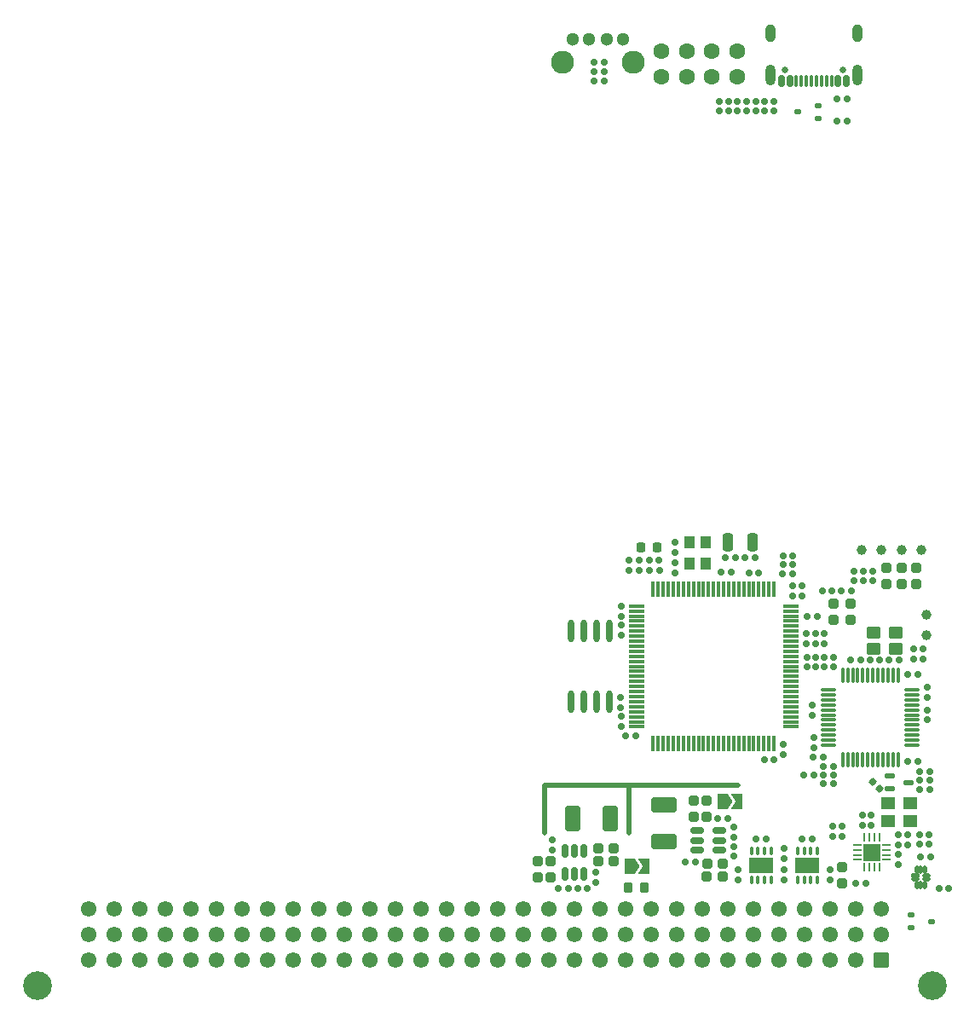
<source format=gbr>
%TF.GenerationSoftware,KiCad,Pcbnew,9.0.1-9.0.1-0~ubuntu24.04.1*%
%TF.CreationDate,2025-04-19T19:07:52+00:00*%
%TF.ProjectId,base-module,62617365-2d6d-46f6-9475-6c652e6b6963,1.1.0*%
%TF.SameCoordinates,Original*%
%TF.FileFunction,Soldermask,Top*%
%TF.FilePolarity,Negative*%
%FSLAX46Y46*%
G04 Gerber Fmt 4.6, Leading zero omitted, Abs format (unit mm)*
G04 Created by KiCad (PCBNEW 9.0.1-9.0.1-0~ubuntu24.04.1) date 2025-04-19 19:07:52*
%MOMM*%
%LPD*%
G01*
G04 APERTURE LIST*
G04 Aperture macros list*
%AMRoundRect*
0 Rectangle with rounded corners*
0 $1 Rounding radius*
0 $2 $3 $4 $5 $6 $7 $8 $9 X,Y pos of 4 corners*
0 Add a 4 corners polygon primitive as box body*
4,1,4,$2,$3,$4,$5,$6,$7,$8,$9,$2,$3,0*
0 Add four circle primitives for the rounded corners*
1,1,$1+$1,$2,$3*
1,1,$1+$1,$4,$5*
1,1,$1+$1,$6,$7*
1,1,$1+$1,$8,$9*
0 Add four rect primitives between the rounded corners*
20,1,$1+$1,$2,$3,$4,$5,0*
20,1,$1+$1,$4,$5,$6,$7,0*
20,1,$1+$1,$6,$7,$8,$9,0*
20,1,$1+$1,$8,$9,$2,$3,0*%
%AMFreePoly0*
4,1,6,1.000000,0.000000,0.500000,-0.750000,-0.500000,-0.750000,-0.500000,0.750000,0.500000,0.750000,1.000000,0.000000,1.000000,0.000000,$1*%
%AMFreePoly1*
4,1,6,0.500000,-0.750000,-0.650000,-0.750000,-0.150000,0.000000,-0.650000,0.750000,0.500000,0.750000,0.500000,-0.750000,0.500000,-0.750000,$1*%
G04 Aperture macros list end*
%ADD10C,0.500000*%
%ADD11RoundRect,0.250001X0.999999X-0.499999X0.999999X0.499999X-0.999999X0.499999X-0.999999X-0.499999X0*%
%ADD12FreePoly0,0.000000*%
%ADD13FreePoly1,0.000000*%
%ADD14RoundRect,0.159000X-0.159000X-0.189000X0.159000X-0.189000X0.159000X0.189000X-0.159000X0.189000X0*%
%ADD15C,1.000000*%
%ADD16RoundRect,0.159000X0.159000X0.189000X-0.159000X0.189000X-0.159000X-0.189000X0.159000X-0.189000X0*%
%ADD17C,1.600000*%
%ADD18RoundRect,0.159000X0.189000X-0.159000X0.189000X0.159000X-0.189000X0.159000X-0.189000X-0.159000X0*%
%ADD19RoundRect,0.159000X-0.189000X0.159000X-0.189000X-0.159000X0.189000X-0.159000X0.189000X0.159000X0*%
%ADD20RoundRect,0.220000X0.220000X0.255000X-0.220000X0.255000X-0.220000X-0.255000X0.220000X-0.255000X0*%
%ADD21RoundRect,0.239000X0.274000X-0.239000X0.274000X0.239000X-0.274000X0.239000X-0.274000X-0.239000X0*%
%ADD22C,1.300000*%
%ADD23C,2.286000*%
%ADD24RoundRect,0.102000X-0.331500X-0.112500X0.331500X-0.112500X0.331500X0.112500X-0.331500X0.112500X0*%
%ADD25RoundRect,0.102000X-0.281500X-0.112500X0.281500X-0.112500X0.281500X0.112500X-0.281500X0.112500X0*%
%ADD26RoundRect,0.102000X-0.112500X-0.281500X0.112500X-0.281500X0.112500X0.281500X-0.112500X0.281500X0*%
%ADD27RoundRect,0.244000X-0.269000X0.244000X-0.269000X-0.244000X0.269000X-0.244000X0.269000X0.244000X0*%
%ADD28RoundRect,0.075000X-0.075000X0.725000X-0.075000X-0.725000X0.075000X-0.725000X0.075000X0.725000X0*%
%ADD29RoundRect,0.075000X-0.725000X0.075000X-0.725000X-0.075000X0.725000X-0.075000X0.725000X0.075000X0*%
%ADD30RoundRect,0.150000X-0.512500X-0.150000X0.512500X-0.150000X0.512500X0.150000X-0.512500X0.150000X0*%
%ADD31RoundRect,0.239000X-0.274000X0.239000X-0.274000X-0.239000X0.274000X-0.239000X0.274000X0.239000X0*%
%ADD32RoundRect,0.244000X0.244000X0.269000X-0.244000X0.269000X-0.244000X-0.269000X0.244000X-0.269000X0*%
%ADD33RoundRect,0.250000X0.450000X0.350000X-0.450000X0.350000X-0.450000X-0.350000X0.450000X-0.350000X0*%
%ADD34RoundRect,0.075000X-0.075000X0.662500X-0.075000X-0.662500X0.075000X-0.662500X0.075000X0.662500X0*%
%ADD35RoundRect,0.075000X-0.662500X0.075000X-0.662500X-0.075000X0.662500X-0.075000X0.662500X0.075000X0*%
%ADD36C,0.650000*%
%ADD37RoundRect,0.150000X0.150000X0.425000X-0.150000X0.425000X-0.150000X-0.425000X0.150000X-0.425000X0*%
%ADD38RoundRect,0.075000X0.075000X0.500000X-0.075000X0.500000X-0.075000X-0.500000X0.075000X-0.500000X0*%
%ADD39O,1.000000X2.100000*%
%ADD40O,1.000000X1.800000*%
%ADD41RoundRect,0.112500X-0.237500X0.112500X-0.237500X-0.112500X0.237500X-0.112500X0.237500X0.112500X0*%
%ADD42R,1.100000X1.300000*%
%ADD43RoundRect,0.244000X-0.244000X-0.269000X0.244000X-0.269000X0.244000X0.269000X-0.244000X0.269000X0*%
%ADD44C,2.850000*%
%ADD45RoundRect,0.249999X0.525001X0.525001X-0.525001X0.525001X-0.525001X-0.525001X0.525001X-0.525001X0*%
%ADD46C,1.550000*%
%ADD47RoundRect,0.219000X-0.219000X-0.294000X0.219000X-0.294000X0.219000X0.294000X-0.219000X0.294000X0*%
%ADD48RoundRect,0.075000X-0.075000X0.350000X-0.075000X-0.350000X0.075000X-0.350000X0.075000X0.350000X0*%
%ADD49R,2.400000X1.600000*%
%ADD50RoundRect,0.250000X0.250000X-0.650000X0.250000X0.650000X-0.250000X0.650000X-0.250000X-0.650000X0*%
%ADD51RoundRect,0.159000X0.246073X0.021213X0.021213X0.246073X-0.246073X-0.021213X-0.021213X-0.246073X0*%
%ADD52R,1.400000X1.200000*%
%ADD53O,0.630000X2.250000*%
%ADD54RoundRect,0.250001X-0.499999X-0.999999X0.499999X-0.999999X0.499999X0.999999X-0.499999X0.999999X0*%
%ADD55RoundRect,0.062500X-0.062500X0.350000X-0.062500X-0.350000X0.062500X-0.350000X0.062500X0.350000X0*%
%ADD56RoundRect,0.062500X-0.350000X0.062500X-0.350000X-0.062500X0.350000X-0.062500X0.350000X0.062500X0*%
%ADD57R,1.700000X1.700000*%
%ADD58RoundRect,0.112500X0.237500X-0.112500X0.237500X0.112500X-0.237500X0.112500X-0.237500X-0.112500X0*%
%ADD59RoundRect,0.125000X0.345000X0.125000X-0.345000X0.125000X-0.345000X-0.125000X0.345000X-0.125000X0*%
%ADD60RoundRect,0.150000X-0.150000X0.512500X-0.150000X-0.512500X0.150000X-0.512500X0.150000X0.512500X0*%
G04 APERTURE END LIST*
D10*
X114500000Y-128625000D02*
X95300000Y-128625000D01*
X95300000Y-133425000D02*
X95300000Y-128625000D01*
X103700000Y-133425000D02*
X103700000Y-128625000D01*
D11*
%TO.C,L301*%
X107120720Y-134271542D03*
X107120720Y-130571542D03*
%TD*%
D12*
%TO.C,JP300*%
X103725000Y-136675000D03*
D13*
X105175000Y-136675000D03*
%TD*%
D14*
%TO.C,C420*%
X115578000Y-107597001D03*
X116578000Y-107597001D03*
%TD*%
D15*
%TO.C,TP302*%
X132750000Y-105325000D03*
%TD*%
D16*
%TO.C,C423*%
X106672000Y-106327001D03*
X105672000Y-106327001D03*
%TD*%
D17*
%TO.C,LED300*%
X106863600Y-55785000D03*
X109403600Y-55785000D03*
X106863600Y-58325000D03*
X109403600Y-58325000D03*
%TD*%
D18*
%TO.C,C406*%
X108204000Y-107589001D03*
X108204000Y-106589001D03*
%TD*%
D19*
%TO.C,R903*%
X126850000Y-131625000D03*
X126850000Y-132625000D03*
%TD*%
D16*
%TO.C,R308*%
X127200000Y-138375000D03*
X126200000Y-138375000D03*
%TD*%
D20*
%TO.C,FB401*%
X106462000Y-105057001D03*
X104882000Y-105057001D03*
%TD*%
D18*
%TO.C,C501*%
X119100000Y-138075000D03*
X119100000Y-137075000D03*
%TD*%
D14*
%TO.C,R716*%
X123000000Y-128525000D03*
X124000000Y-128525000D03*
%TD*%
D19*
%TO.C,R306*%
X114070720Y-132821542D03*
X114070720Y-133821542D03*
%TD*%
D21*
%TO.C,D301*%
X124850000Y-138365000D03*
X124850000Y-136785000D03*
%TD*%
D22*
%TO.C,BTN400*%
X103079415Y-54584163D03*
X101449415Y-54584163D03*
X99709415Y-54584163D03*
X98079415Y-54584163D03*
D23*
X104079415Y-56834163D03*
X97079415Y-56834163D03*
%TD*%
D19*
%TO.C,C427*%
X102870000Y-121829001D03*
X102870000Y-122829001D03*
%TD*%
D18*
%TO.C,C601*%
X114550000Y-138075000D03*
X114550000Y-137075000D03*
%TD*%
D16*
%TO.C,R301*%
X97650000Y-138871508D03*
X96650000Y-138871508D03*
%TD*%
D18*
%TO.C,R600*%
X119100000Y-135925000D03*
X119100000Y-134925000D03*
%TD*%
D19*
%TO.C,C400*%
X102870000Y-112734002D03*
X102870000Y-113734002D03*
%TD*%
D16*
%TO.C,C313*%
X114250000Y-106025000D03*
X113250000Y-106025000D03*
%TD*%
D14*
%TO.C,R801*%
X124350000Y-62675000D03*
X125350000Y-62675000D03*
%TD*%
D16*
%TO.C,C600*%
X117300000Y-134025000D03*
X116300000Y-134025000D03*
%TD*%
D14*
%TO.C,C314*%
X115200000Y-106025000D03*
X116200000Y-106025000D03*
%TD*%
D24*
%TO.C,U801*%
X132131500Y-137600000D03*
D25*
X132081500Y-138000000D03*
D26*
X132250000Y-138568500D03*
X132650000Y-138568500D03*
X133050000Y-138568500D03*
D25*
X133218500Y-138000000D03*
X133218500Y-137600000D03*
D26*
X133050000Y-137031500D03*
X132650000Y-137031500D03*
X132250000Y-137031500D03*
%TD*%
D15*
%TO.C,TP701*%
X133250000Y-113725000D03*
%TD*%
D27*
%TO.C,C304*%
X94646542Y-136211059D03*
X94646542Y-137771059D03*
%TD*%
D19*
%TO.C,C305*%
X96090000Y-134071508D03*
X96090000Y-135071508D03*
%TD*%
D16*
%TO.C,R404*%
X119950000Y-107645000D03*
X118950000Y-107645000D03*
%TD*%
D28*
%TO.C,U403*%
X118075000Y-109175000D03*
X117575000Y-109175000D03*
X117075000Y-109175000D03*
X116575000Y-109175000D03*
X116075000Y-109175000D03*
X115575000Y-109175000D03*
X115075000Y-109175000D03*
X114575000Y-109175000D03*
X114075000Y-109175000D03*
X113575000Y-109175000D03*
X113075000Y-109175000D03*
X112575000Y-109175000D03*
X112075000Y-109175000D03*
X111575000Y-109175000D03*
X111075000Y-109175000D03*
X110575000Y-109175000D03*
X110075000Y-109175000D03*
X109575000Y-109175000D03*
X109075000Y-109175000D03*
X108575000Y-109175000D03*
X108075000Y-109175000D03*
X107575000Y-109175000D03*
X107075000Y-109175000D03*
X106575000Y-109175000D03*
X106075000Y-109175000D03*
D29*
X104400000Y-110850000D03*
X104400000Y-111350000D03*
X104400000Y-111850000D03*
X104400000Y-112350000D03*
X104400000Y-112850000D03*
X104400000Y-113350000D03*
X104400000Y-113850000D03*
X104400000Y-114350000D03*
X104400000Y-114850000D03*
X104400000Y-115350000D03*
X104400000Y-115850000D03*
X104400000Y-116350000D03*
X104400000Y-116850000D03*
X104400000Y-117350000D03*
X104400000Y-117850000D03*
X104400000Y-118350000D03*
X104400000Y-118850000D03*
X104400000Y-119350000D03*
X104400000Y-119850000D03*
X104400000Y-120350000D03*
X104400000Y-120850000D03*
X104400000Y-121350000D03*
X104400000Y-121850000D03*
X104400000Y-122350000D03*
X104400000Y-122850000D03*
D28*
X106075000Y-124525000D03*
X106575000Y-124525000D03*
X107075000Y-124525000D03*
X107575000Y-124525000D03*
X108075000Y-124525000D03*
X108575000Y-124525000D03*
X109075000Y-124525000D03*
X109575000Y-124525000D03*
X110075000Y-124525000D03*
X110575000Y-124525000D03*
X111075000Y-124525000D03*
X111575000Y-124525000D03*
X112075000Y-124525000D03*
X112575000Y-124525000D03*
X113075000Y-124525000D03*
X113575000Y-124525000D03*
X114075000Y-124525000D03*
X114575000Y-124525000D03*
X115075000Y-124525000D03*
X115575000Y-124525000D03*
X116075000Y-124525000D03*
X116575000Y-124525000D03*
X117075000Y-124525000D03*
X117575000Y-124525000D03*
X118075000Y-124525000D03*
D29*
X119750000Y-122850000D03*
X119750000Y-122350000D03*
X119750000Y-121850000D03*
X119750000Y-121350000D03*
X119750000Y-120850000D03*
X119750000Y-120350000D03*
X119750000Y-119850000D03*
X119750000Y-119350000D03*
X119750000Y-118850000D03*
X119750000Y-118350000D03*
X119750000Y-117850000D03*
X119750000Y-117350000D03*
X119750000Y-116850000D03*
X119750000Y-116350000D03*
X119750000Y-115850000D03*
X119750000Y-115350000D03*
X119750000Y-114850000D03*
X119750000Y-114350000D03*
X119750000Y-113850000D03*
X119750000Y-113350000D03*
X119750000Y-112850000D03*
X119750000Y-112350000D03*
X119750000Y-111850000D03*
X119750000Y-111350000D03*
X119750000Y-110850000D03*
%TD*%
D30*
%TO.C,U301*%
X110412500Y-133168050D03*
X110412500Y-134118050D03*
X110412500Y-135068050D03*
X112687500Y-135068050D03*
X112687500Y-134118050D03*
X112687500Y-133168050D03*
%TD*%
D16*
%TO.C,C500*%
X121900000Y-134025000D03*
X120900000Y-134025000D03*
%TD*%
D19*
%TO.C,R902*%
X127750000Y-131625000D03*
X127750000Y-132625000D03*
%TD*%
D21*
%TO.C,D400*%
X129240000Y-108665000D03*
X129240000Y-107085000D03*
%TD*%
D19*
%TO.C,R700*%
X121325000Y-115925000D03*
X121325000Y-116925000D03*
%TD*%
D14*
%TO.C,R405*%
X100228400Y-58685001D03*
X101228400Y-58685001D03*
%TD*%
D18*
%TO.C,R409*%
X114450000Y-61725000D03*
X114450000Y-60725000D03*
%TD*%
%TO.C,R400*%
X113550000Y-61725000D03*
X113550000Y-60725000D03*
%TD*%
%TO.C,R411*%
X126950000Y-108375000D03*
X126950000Y-107375000D03*
%TD*%
D19*
%TO.C,C410*%
X123100000Y-113600000D03*
X123100000Y-114600000D03*
%TD*%
D31*
%TO.C,D701*%
X125702000Y-110660000D03*
X125702000Y-112240000D03*
%TD*%
D16*
%TO.C,C422*%
X120888000Y-108867001D03*
X119888000Y-108867001D03*
%TD*%
D19*
%TO.C,R701*%
X124000000Y-115925000D03*
X124000000Y-116925000D03*
%TD*%
D16*
%TO.C,C424*%
X106680000Y-107343001D03*
X105680000Y-107343001D03*
%TD*%
%TO.C,C405*%
X120896000Y-109883001D03*
X119896000Y-109883001D03*
%TD*%
D32*
%TO.C,C301*%
X102180000Y-136171508D03*
X100620000Y-136171508D03*
%TD*%
D18*
%TO.C,C300*%
X100400000Y-138281508D03*
X100400000Y-137281508D03*
%TD*%
D21*
%TO.C,D402*%
X132240000Y-108665000D03*
X132240000Y-107085000D03*
%TD*%
D33*
%TO.C,Y700*%
X130150000Y-113525000D03*
X127950000Y-113525000D03*
X127950000Y-115125000D03*
X130150000Y-115125000D03*
%TD*%
D34*
%TO.C,U700*%
X130400000Y-117762500D03*
X129900000Y-117762500D03*
X129400000Y-117762500D03*
X128900000Y-117762500D03*
X128400000Y-117762500D03*
X127900000Y-117762500D03*
X127400000Y-117762500D03*
X126900000Y-117762500D03*
X126400000Y-117762500D03*
X125900000Y-117762500D03*
X125400000Y-117762500D03*
X124900000Y-117762500D03*
D35*
X123487500Y-119175000D03*
X123487500Y-119675000D03*
X123487500Y-120175000D03*
X123487500Y-120675000D03*
X123487500Y-121175000D03*
X123487500Y-121675000D03*
X123487500Y-122175000D03*
X123487500Y-122675000D03*
X123487500Y-123175000D03*
X123487500Y-123675000D03*
X123487500Y-124175000D03*
X123487500Y-124675000D03*
D34*
X124900000Y-126087500D03*
X125400000Y-126087500D03*
X125900000Y-126087500D03*
X126400000Y-126087500D03*
X126900000Y-126087500D03*
X127400000Y-126087500D03*
X127900000Y-126087500D03*
X128400000Y-126087500D03*
X128900000Y-126087500D03*
X129400000Y-126087500D03*
X129900000Y-126087500D03*
X130400000Y-126087500D03*
D35*
X131812500Y-124675000D03*
X131812500Y-124175000D03*
X131812500Y-123675000D03*
X131812500Y-123175000D03*
X131812500Y-122675000D03*
X131812500Y-122175000D03*
X131812500Y-121675000D03*
X131812500Y-121175000D03*
X131812500Y-120675000D03*
X131812500Y-120175000D03*
X131812500Y-119675000D03*
X131812500Y-119175000D03*
%TD*%
D15*
%TO.C,TP700*%
X133250000Y-111725000D03*
%TD*%
D14*
%TO.C,R707*%
X122850000Y-109375000D03*
X123850000Y-109375000D03*
%TD*%
D16*
%TO.C,C708*%
X128600000Y-116235000D03*
X127600000Y-116235000D03*
%TD*%
D19*
%TO.C,R705*%
X132900000Y-115125000D03*
X132900000Y-116125000D03*
%TD*%
%TO.C,R307*%
X114070720Y-134721542D03*
X114070720Y-135721542D03*
%TD*%
%TO.C,C425*%
X103640000Y-106343001D03*
X103640000Y-107343001D03*
%TD*%
D14*
%TO.C,R711*%
X132550000Y-128175000D03*
X133550000Y-128175000D03*
%TD*%
%TO.C,R710*%
X132550000Y-127275000D03*
X133550000Y-127275000D03*
%TD*%
%TO.C,R715*%
X123000000Y-127650000D03*
X124000000Y-127650000D03*
%TD*%
D19*
%TO.C,C801*%
X116250000Y-60725000D03*
X116250000Y-61725000D03*
%TD*%
D15*
%TO.C,TP300*%
X128750000Y-105325000D03*
%TD*%
D18*
%TO.C,C402*%
X102870000Y-111907001D03*
X102870000Y-110907001D03*
%TD*%
D12*
%TO.C,JP301*%
X112970720Y-130225000D03*
D13*
X114420720Y-130225000D03*
%TD*%
D36*
%TO.C,J800*%
X124940000Y-57640000D03*
X119160000Y-57640000D03*
D37*
X125250000Y-58715000D03*
X124450000Y-58715000D03*
D38*
X123300000Y-58715000D03*
X122300000Y-58715000D03*
X121800000Y-58715000D03*
X120800000Y-58715000D03*
D37*
X119650000Y-58715000D03*
X118850000Y-58715000D03*
X118850000Y-58715000D03*
X119650000Y-58715000D03*
D38*
X120300000Y-58715000D03*
X121300000Y-58715000D03*
X122800000Y-58715000D03*
X123800000Y-58715000D03*
D37*
X124450000Y-58715000D03*
X125250000Y-58715000D03*
D39*
X126370000Y-58140000D03*
D40*
X126370000Y-53960000D03*
D39*
X117730000Y-58140000D03*
D40*
X117730000Y-53960000D03*
%TD*%
D14*
%TO.C,C311*%
X109270720Y-136281542D03*
X110270720Y-136281542D03*
%TD*%
D15*
%TO.C,TP301*%
X130750000Y-105325000D03*
%TD*%
D41*
%TO.C,U402*%
X131707500Y-141512501D03*
X131707500Y-142812501D03*
X133707500Y-142162501D03*
%TD*%
D14*
%TO.C,C707*%
X129500000Y-116225000D03*
X130500000Y-116225000D03*
%TD*%
D19*
%TO.C,R901*%
X123900000Y-132725000D03*
X123900000Y-133725000D03*
%TD*%
D42*
%TO.C,Y400*%
X109665000Y-104515001D03*
X109665000Y-106615001D03*
X111315000Y-106615001D03*
X111315000Y-104515001D03*
%TD*%
D16*
%TO.C,R709*%
X133550000Y-129075000D03*
X132550000Y-129075000D03*
%TD*%
D19*
%TO.C,R805*%
X117150000Y-60725000D03*
X117150000Y-61725000D03*
%TD*%
%TO.C,R800*%
X118050000Y-60725000D03*
X118050000Y-61725000D03*
%TD*%
D43*
%TO.C,C310*%
X111420720Y-136481542D03*
X112980720Y-136481542D03*
%TD*%
D19*
%TO.C,R402*%
X122200000Y-113600000D03*
X122200000Y-114600000D03*
%TD*%
D18*
%TO.C,R702*%
X133300000Y-122175000D03*
X133300000Y-121175000D03*
%TD*%
D43*
%TO.C,C309*%
X111410271Y-137725000D03*
X112970271Y-137725000D03*
%TD*%
D18*
%TO.C,C900*%
X130450000Y-134575000D03*
X130450000Y-133575000D03*
%TD*%
D19*
%TO.C,C404*%
X118975000Y-124600000D03*
X118975000Y-125600000D03*
%TD*%
%TO.C,R802*%
X132550000Y-133525000D03*
X132550000Y-134525000D03*
%TD*%
%TO.C,C432*%
X108204000Y-104557001D03*
X108204000Y-105557001D03*
%TD*%
D14*
%TO.C,C701*%
X131350000Y-117625000D03*
X132350000Y-117625000D03*
%TD*%
D16*
%TO.C,R300*%
X99550000Y-138871508D03*
X98550000Y-138871508D03*
%TD*%
D44*
%TO.C,J200*%
X133820000Y-148515000D03*
X44920000Y-148515000D03*
D45*
X128740000Y-145975000D03*
D46*
X126200000Y-145975000D03*
X123660000Y-145975000D03*
X121120000Y-145975000D03*
X118580000Y-145975000D03*
X116040000Y-145975000D03*
X113500000Y-145975000D03*
X110960000Y-145975000D03*
X108420000Y-145975000D03*
X105880000Y-145975000D03*
X103340000Y-145975000D03*
X100800000Y-145975000D03*
X98260000Y-145975000D03*
X95720000Y-145975000D03*
X93180000Y-145975000D03*
X90640000Y-145975000D03*
X88100000Y-145975000D03*
X85560000Y-145975000D03*
X83020000Y-145975000D03*
X80480000Y-145975000D03*
X77940000Y-145975000D03*
X75400000Y-145975000D03*
X72860000Y-145975000D03*
X70320000Y-145975000D03*
X67780000Y-145975000D03*
X65240000Y-145975000D03*
X62700000Y-145975000D03*
X60160000Y-145975000D03*
X57620000Y-145975000D03*
X55080000Y-145975000D03*
X52540000Y-145975000D03*
X50000000Y-145975000D03*
X128740000Y-143435000D03*
X126200000Y-143435000D03*
X123660000Y-143435000D03*
X121120000Y-143435000D03*
X118580000Y-143435000D03*
X116040000Y-143435000D03*
X113500000Y-143435000D03*
X110960000Y-143435000D03*
X108420000Y-143435000D03*
X105880000Y-143435000D03*
X103340000Y-143435000D03*
X100800000Y-143435000D03*
X98260000Y-143435000D03*
X95720000Y-143435000D03*
X93180000Y-143435000D03*
X90640000Y-143435000D03*
X88100000Y-143435000D03*
X85560000Y-143435000D03*
X83020000Y-143435000D03*
X80480000Y-143435000D03*
X77940000Y-143435000D03*
X75400000Y-143435000D03*
X72860000Y-143435000D03*
X70320000Y-143435000D03*
X67780000Y-143435000D03*
X65240000Y-143435000D03*
X62700000Y-143435000D03*
X60160000Y-143435000D03*
X57620000Y-143435000D03*
X55080000Y-143435000D03*
X52540000Y-143435000D03*
X50000000Y-143435000D03*
X128740000Y-140895000D03*
X126200000Y-140895000D03*
X123660000Y-140895000D03*
X121120000Y-140895000D03*
X118580000Y-140895000D03*
X116040000Y-140895000D03*
X113500000Y-140895000D03*
X110960000Y-140895000D03*
X108420000Y-140895000D03*
X105880000Y-140895000D03*
X103340000Y-140895000D03*
X100800000Y-140895000D03*
X98260000Y-140895000D03*
X95720000Y-140895000D03*
X93180000Y-140895000D03*
X90640000Y-140895000D03*
X88100000Y-140895000D03*
X85560000Y-140895000D03*
X83020000Y-140895000D03*
X80480000Y-140895000D03*
X77940000Y-140895000D03*
X75400000Y-140895000D03*
X72860000Y-140895000D03*
X70320000Y-140895000D03*
X67780000Y-140895000D03*
X65240000Y-140895000D03*
X62700000Y-140895000D03*
X60160000Y-140895000D03*
X57620000Y-140895000D03*
X55080000Y-140895000D03*
X52540000Y-140895000D03*
X50000000Y-140895000D03*
%TD*%
D14*
%TO.C,C700*%
X122000000Y-125875000D03*
X123000000Y-125875000D03*
%TD*%
D18*
%TO.C,R500*%
X123650000Y-138075000D03*
X123650000Y-137075000D03*
%TD*%
D19*
%TO.C,C704*%
X133290000Y-118922500D03*
X133290000Y-119922500D03*
%TD*%
D18*
%TO.C,C902*%
X131350000Y-134575000D03*
X131350000Y-133575000D03*
%TD*%
D14*
%TO.C,C312*%
X132650000Y-135775000D03*
X133650000Y-135775000D03*
%TD*%
D18*
%TO.C,C702*%
X122010000Y-124927500D03*
X122010000Y-123927500D03*
%TD*%
D19*
%TO.C,R706*%
X131950000Y-115125000D03*
X131950000Y-116125000D03*
%TD*%
D18*
%TO.C,R803*%
X133450000Y-134525000D03*
X133450000Y-133525000D03*
%TD*%
D27*
%TO.C,C307*%
X110108674Y-130191542D03*
X110108674Y-131751542D03*
%TD*%
D16*
%TO.C,C306*%
X113480720Y-131971542D03*
X112480720Y-131971542D03*
%TD*%
D18*
%TO.C,R401*%
X121300000Y-114600000D03*
X121300000Y-113600000D03*
%TD*%
D47*
%TO.C,F300*%
X103580000Y-138775000D03*
X105220000Y-138775000D03*
%TD*%
D14*
%TO.C,R714*%
X123000000Y-126775000D03*
X124000000Y-126775000D03*
%TD*%
D19*
%TO.C,R900*%
X124800000Y-132725000D03*
X124800000Y-133725000D03*
%TD*%
D48*
%TO.C,U600*%
X117775000Y-135175000D03*
X117125000Y-135175000D03*
X116475000Y-135175000D03*
X115825000Y-135175000D03*
X115825000Y-138075000D03*
X116475000Y-138075000D03*
X117125000Y-138075000D03*
X117775000Y-138075000D03*
D49*
X116800000Y-136625000D03*
%TD*%
D50*
%TO.C,X300*%
X113475000Y-104550000D03*
X115975000Y-104550000D03*
%TD*%
D16*
%TO.C,R406*%
X101228400Y-56885001D03*
X100228400Y-56885001D03*
%TD*%
D18*
%TO.C,R412*%
X126050000Y-108375000D03*
X126050000Y-107375000D03*
%TD*%
%TO.C,C706*%
X122200000Y-116925000D03*
X122200000Y-115925000D03*
%TD*%
D14*
%TO.C,C800*%
X124350000Y-60525000D03*
X125350000Y-60525000D03*
%TD*%
D32*
%TO.C,C302*%
X102180000Y-134909462D03*
X100620000Y-134909462D03*
%TD*%
D14*
%TO.C,C401*%
X112825000Y-107475000D03*
X113825000Y-107475000D03*
%TD*%
%TO.C,C705*%
X125700000Y-116235000D03*
X126700000Y-116235000D03*
%TD*%
D51*
%TO.C,R712*%
X128553553Y-129028553D03*
X127846447Y-128321447D03*
%TD*%
D19*
%TO.C,R708*%
X121900000Y-120675000D03*
X121900000Y-121675000D03*
%TD*%
D16*
%TO.C,C403*%
X104325000Y-123750000D03*
X103325000Y-123750000D03*
%TD*%
D18*
%TO.C,R410*%
X127850000Y-108375000D03*
X127850000Y-107375000D03*
%TD*%
D52*
%TO.C,Y900*%
X131600000Y-130475000D03*
X129400000Y-130475000D03*
X129400000Y-132175000D03*
X131600000Y-132175000D03*
%TD*%
D48*
%TO.C,U500*%
X122375000Y-135175000D03*
X121725000Y-135175000D03*
X121075000Y-135175000D03*
X120425000Y-135175000D03*
X120425000Y-138075000D03*
X121075000Y-138075000D03*
X121725000Y-138075000D03*
X122375000Y-138075000D03*
D49*
X121400000Y-136625000D03*
%TD*%
D15*
%TO.C,TP400*%
X126750000Y-105325000D03*
%TD*%
D14*
%TO.C,R713*%
X124750000Y-109375000D03*
X125750000Y-109375000D03*
%TD*%
%TO.C,C415*%
X118960000Y-105865000D03*
X119960000Y-105865000D03*
%TD*%
D53*
%TO.C,U100*%
X101705000Y-113320000D03*
X100435000Y-113320000D03*
X99155000Y-113320000D03*
X97885000Y-113320000D03*
X97885000Y-120380000D03*
X99155000Y-120380000D03*
X100435000Y-120380000D03*
X101705000Y-120380000D03*
%TD*%
D21*
%TO.C,D700*%
X123952000Y-112240000D03*
X123952000Y-110660000D03*
%TD*%
D54*
%TO.C,L300*%
X98100000Y-131921508D03*
X101800000Y-131921508D03*
%TD*%
D18*
%TO.C,C100*%
X102850000Y-120925000D03*
X102850000Y-119925000D03*
%TD*%
D55*
%TO.C,U302*%
X128550000Y-133850000D03*
X128050000Y-133850000D03*
X127550000Y-133850000D03*
X127050000Y-133850000D03*
D56*
X126337500Y-134562500D03*
X126337500Y-135062500D03*
X126337500Y-135562500D03*
X126337500Y-136062500D03*
D55*
X127050000Y-136775000D03*
X127550000Y-136775000D03*
X128050000Y-136775000D03*
X128550000Y-136775000D03*
D56*
X129262500Y-136062500D03*
X129262500Y-135562500D03*
X129262500Y-135062500D03*
X129262500Y-134562500D03*
D57*
X127800000Y-135312500D03*
%TD*%
D58*
%TO.C,U401*%
X122470000Y-62435001D03*
X122470000Y-61135001D03*
X120470000Y-61785001D03*
%TD*%
D19*
%TO.C,C426*%
X104656000Y-106335001D03*
X104656000Y-107335001D03*
%TD*%
D14*
%TO.C,C703*%
X131350000Y-126275000D03*
X132350000Y-126275000D03*
%TD*%
D21*
%TO.C,D401*%
X130750000Y-108665000D03*
X130750000Y-107085000D03*
%TD*%
D18*
%TO.C,R408*%
X115350000Y-61725000D03*
X115350000Y-60725000D03*
%TD*%
D16*
%TO.C,R403*%
X119960000Y-106765000D03*
X118960000Y-106765000D03*
%TD*%
D18*
%TO.C,R703*%
X123100000Y-116925000D03*
X123100000Y-115925000D03*
%TD*%
D27*
%TO.C,C308*%
X111370720Y-130191542D03*
X111370720Y-131751542D03*
%TD*%
D18*
%TO.C,R407*%
X112650000Y-61725000D03*
X112650000Y-60725000D03*
%TD*%
D14*
%TO.C,C434*%
X121354999Y-111850000D03*
X122354999Y-111850000D03*
%TD*%
D59*
%TO.C,Q700*%
X129600000Y-127725000D03*
X129600000Y-129025000D03*
X131400000Y-128375000D03*
%TD*%
D19*
%TO.C,C904*%
X130450000Y-135525000D03*
X130450000Y-136525000D03*
%TD*%
D14*
%TO.C,C421*%
X117094000Y-126139001D03*
X118094000Y-126139001D03*
%TD*%
D16*
%TO.C,C416*%
X101228400Y-57785001D03*
X100228400Y-57785001D03*
%TD*%
D14*
%TO.C,R804*%
X134450000Y-138925000D03*
X135450000Y-138925000D03*
%TD*%
D60*
%TO.C,U300*%
X99203492Y-135213288D03*
X98253492Y-135213288D03*
X97303492Y-135213288D03*
X97303492Y-137488288D03*
X98253492Y-137488288D03*
X99203492Y-137488288D03*
%TD*%
D27*
%TO.C,C303*%
X95890000Y-136221508D03*
X95890000Y-137781508D03*
%TD*%
D17*
%TO.C,LED301*%
X111913600Y-55785000D03*
X114453600Y-55785000D03*
X111913600Y-58325000D03*
X114453600Y-58325000D03*
%TD*%
D14*
%TO.C,R704*%
X121050000Y-127650000D03*
X122050000Y-127650000D03*
%TD*%
M02*

</source>
